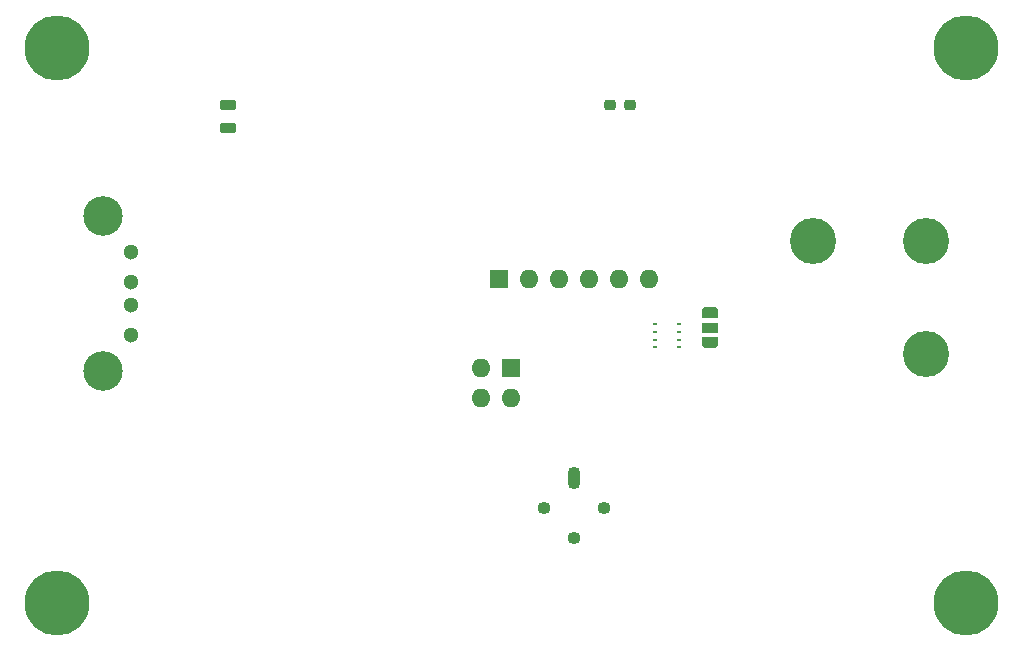
<source format=gbr>
%TF.GenerationSoftware,KiCad,Pcbnew,(6.0.9)*%
%TF.CreationDate,2023-03-08T15:18:45+02:00*%
%TF.ProjectId,GMWPY,474d5750-592e-46b6-9963-61645f706362,rev?*%
%TF.SameCoordinates,Original*%
%TF.FileFunction,Soldermask,Bot*%
%TF.FilePolarity,Negative*%
%FSLAX46Y46*%
G04 Gerber Fmt 4.6, Leading zero omitted, Abs format (unit mm)*
G04 Created by KiCad (PCBNEW (6.0.9)) date 2023-03-08 15:18:45*
%MOMM*%
%LPD*%
G01*
G04 APERTURE LIST*
G04 Aperture macros list*
%AMRoundRect*
0 Rectangle with rounded corners*
0 $1 Rounding radius*
0 $2 $3 $4 $5 $6 $7 $8 $9 X,Y pos of 4 corners*
0 Add a 4 corners polygon primitive as box body*
4,1,4,$2,$3,$4,$5,$6,$7,$8,$9,$2,$3,0*
0 Add four circle primitives for the rounded corners*
1,1,$1+$1,$2,$3*
1,1,$1+$1,$4,$5*
1,1,$1+$1,$6,$7*
1,1,$1+$1,$8,$9*
0 Add four rect primitives between the rounded corners*
20,1,$1+$1,$2,$3,$4,$5,0*
20,1,$1+$1,$4,$5,$6,$7,0*
20,1,$1+$1,$6,$7,$8,$9,0*
20,1,$1+$1,$8,$9,$2,$3,0*%
%AMFreePoly0*
4,1,22,0.500000,-0.700000,0.012584,-0.700000,0.000916,-0.695041,-0.071867,-0.693707,-0.193510,-0.655704,-0.299600,-0.585084,-0.381604,-0.487528,-0.432932,-0.370876,-0.449586,-0.243517,-0.450000,-0.242798,-0.450000,0.247982,-0.449164,0.250000,-0.449502,0.255197,-0.429848,0.381420,-0.375688,0.496779,-0.291323,0.592304,-0.183541,0.660310,-0.061003,0.695331,-0.000306,0.694960,0.012075,0.700000,
0.500000,0.700000,0.500000,-0.700000,0.500000,-0.700000,$1*%
%AMFreePoly1*
4,1,20,-0.000305,0.694960,0.066438,0.694553,0.188542,0.658036,0.295483,0.588720,0.378674,0.492172,0.431423,0.376157,0.450000,0.246438,0.450000,-0.249718,0.449902,-0.257736,0.428212,-0.386659,0.372645,-0.501350,0.287118,-0.595839,0.178514,-0.662521,0.055560,-0.696043,0.000916,-0.695041,-0.011705,-0.700000,-0.500000,-0.700000,-0.500000,0.700000,-0.012368,0.700000,-0.000305,0.694960,
-0.000305,0.694960,$1*%
G04 Aperture macros list end*
%ADD10R,1.600000X1.600000*%
%ADD11O,1.600000X1.600000*%
%ADD12C,3.500000*%
%ADD13C,5.500000*%
%ADD14C,1.300000*%
%ADD15C,3.350000*%
%ADD16RoundRect,0.187500X-0.300000X-0.237500X0.300000X-0.237500X0.300000X0.237500X-0.300000X0.237500X0*%
%ADD17RoundRect,0.200000X0.475000X-0.250000X0.475000X0.250000X-0.475000X0.250000X-0.475000X-0.250000X0*%
%ADD18R,0.400000X0.250000*%
%ADD19FreePoly0,90.000000*%
%ADD20R,1.400000X0.900000*%
%ADD21FreePoly1,90.000000*%
%ADD22C,3.900000*%
%ADD23O,1.100000X1.900000*%
%ADD24O,1.100000X1.100000*%
G04 APERTURE END LIST*
D10*
%TO.C,J3*%
X91400000Y-73550000D03*
D11*
X93940000Y-73550000D03*
X96480000Y-73550000D03*
X99020000Y-73550000D03*
X101560000Y-73550000D03*
X104100000Y-73550000D03*
%TD*%
D12*
%TO.C,H3*%
X131000000Y-101000000D03*
D13*
X131000000Y-101000000D03*
%TD*%
D14*
%TO.C,J1*%
X60300000Y-71300000D03*
X60300000Y-73800000D03*
X60300000Y-75800000D03*
X60300000Y-78300000D03*
D15*
X57900000Y-68230000D03*
X57900000Y-81370000D03*
%TD*%
D12*
%TO.C,H2*%
X131000000Y-54000000D03*
D13*
X131000000Y-54000000D03*
%TD*%
D12*
%TO.C,H4*%
X54000000Y-101000000D03*
D13*
X54000000Y-101000000D03*
%TD*%
D12*
%TO.C,H1*%
X54000000Y-54000000D03*
D13*
X54000000Y-54000000D03*
%TD*%
D16*
%TO.C,C34*%
X100837500Y-58800000D03*
X102562500Y-58800000D03*
%TD*%
D17*
%TO.C,C30*%
X68500000Y-60750000D03*
X68500000Y-58850000D03*
%TD*%
D18*
%TO.C,U7*%
X104650000Y-77400000D03*
X104650000Y-78050000D03*
X104650000Y-78700000D03*
X104650000Y-79350000D03*
X106700000Y-79350000D03*
X106700000Y-78700000D03*
X106700000Y-78050000D03*
X106700000Y-77400000D03*
%TD*%
D19*
%TO.C,JP1*%
X109300000Y-79000000D03*
D20*
X109300000Y-77700000D03*
D21*
X109300000Y-76400000D03*
%TD*%
D22*
%TO.C,U9*%
X127557971Y-79937971D03*
X127557971Y-70392029D03*
X118012029Y-70392029D03*
%TD*%
D10*
%TO.C,J2*%
X92425000Y-81125000D03*
D11*
X89885000Y-81125000D03*
X92425000Y-83665000D03*
X89885000Y-83665000D03*
%TD*%
D23*
%TO.C,U3*%
X97785000Y-90420000D03*
D24*
X100325000Y-92960000D03*
X97785000Y-95500000D03*
X95245000Y-92960000D03*
%TD*%
M02*

</source>
